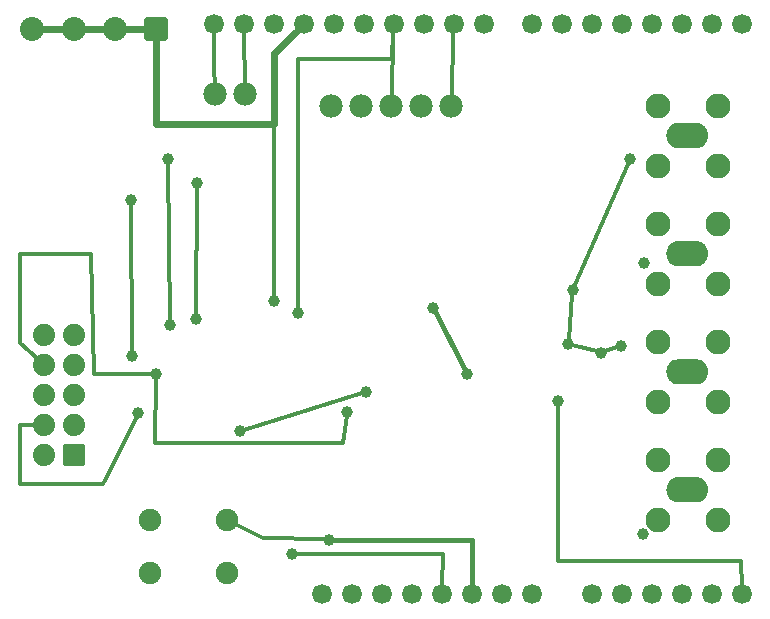
<source format=gbl>
G04 MADE WITH FRITZING*
G04 WWW.FRITZING.ORG*
G04 DOUBLE SIDED*
G04 HOLES PLATED*
G04 CONTOUR ON CENTER OF CONTOUR VECTOR*
%ASAXBY*%
%FSLAX23Y23*%
%MOIN*%
%OFA0B0*%
%SFA1.0B1.0*%
%ADD10C,0.078000*%
%ADD11C,0.039370*%
%ADD12C,0.075000*%
%ADD13C,0.082677*%
%ADD14C,0.083071*%
%ADD15C,0.074000*%
%ADD16C,0.066194*%
%ADD17C,0.066222*%
%ADD18C,0.080000*%
%ADD19C,0.012000*%
%ADD20C,0.016000*%
%ADD21C,0.024000*%
%ADD22C,0.017000*%
%ADD23C,0.020000*%
%ADD24R,0.001000X0.001000*%
%LNCOPPER0*%
G90*
G70*
G54D10*
X748Y1778D03*
X848Y1778D03*
G54D11*
X1925Y947D03*
X2033Y917D03*
X2100Y939D03*
X1940Y1125D03*
X2132Y1563D03*
X2179Y1215D03*
X2173Y311D03*
X1474Y1067D03*
X1587Y846D03*
X1890Y754D03*
X1126Y293D03*
X1004Y244D03*
X551Y846D03*
X1189Y720D03*
X1024Y1049D03*
X1250Y787D03*
X831Y656D03*
X945Y1089D03*
X492Y715D03*
X471Y907D03*
X467Y1425D03*
X596Y1008D03*
X591Y1561D03*
X684Y1028D03*
X689Y1482D03*
G54D10*
X1535Y1738D03*
X1435Y1738D03*
X1335Y1738D03*
X1235Y1738D03*
X1135Y1738D03*
G54D12*
X787Y183D03*
X532Y183D03*
X787Y360D03*
X532Y360D03*
G54D13*
X2223Y558D03*
G54D14*
X2322Y459D03*
X2223Y359D03*
X2223Y559D03*
X2423Y359D03*
X2423Y559D03*
G54D13*
X2223Y952D03*
G54D14*
X2322Y853D03*
X2223Y752D03*
X2223Y952D03*
X2423Y752D03*
X2423Y952D03*
G54D13*
X2223Y1740D03*
G54D14*
X2322Y1641D03*
X2223Y1540D03*
X2223Y1740D03*
X2423Y1540D03*
X2423Y1740D03*
G54D15*
X176Y577D03*
X176Y677D03*
X176Y777D03*
X176Y877D03*
X176Y977D03*
X276Y577D03*
X276Y677D03*
X276Y777D03*
X276Y877D03*
X276Y977D03*
G54D16*
X2103Y111D03*
X2203Y111D03*
X2303Y111D03*
X2403Y111D03*
X2503Y111D03*
G54D17*
X1643Y2011D03*
X1543Y2011D03*
X1443Y2011D03*
X1343Y2011D03*
X1243Y2011D03*
X1143Y2011D03*
X1043Y2011D03*
X943Y2011D03*
X843Y2011D03*
X743Y2011D03*
X2503Y2011D03*
X2403Y2011D03*
X2303Y2011D03*
X2203Y2011D03*
X2103Y2011D03*
X2003Y2011D03*
X1903Y2011D03*
X1803Y2011D03*
G54D16*
X1203Y111D03*
X1103Y111D03*
X1303Y111D03*
X1403Y111D03*
X1503Y111D03*
X1603Y111D03*
X1703Y111D03*
X1803Y111D03*
X2003Y111D03*
G54D13*
X2223Y1346D03*
G54D14*
X2322Y1247D03*
X2223Y1146D03*
X2223Y1346D03*
X2423Y1146D03*
X2423Y1346D03*
G54D18*
X551Y1994D03*
X413Y1994D03*
X276Y1994D03*
X138Y1994D03*
G54D19*
X1542Y1986D02*
X1536Y1763D01*
D02*
X1342Y1986D02*
X1336Y1763D01*
D02*
X2020Y921D02*
X1938Y943D01*
D02*
X2088Y935D02*
X2046Y921D01*
D02*
X1945Y1137D02*
X2127Y1551D01*
D02*
X1939Y1112D02*
X1926Y960D01*
G54D20*
D02*
X1481Y1055D02*
X1581Y858D01*
G54D19*
D02*
X1890Y741D02*
X1890Y223D01*
D02*
X1890Y223D02*
X2501Y223D01*
D02*
X2501Y223D02*
X2503Y136D01*
G54D20*
D02*
X1139Y293D02*
X1605Y293D01*
D02*
X1605Y293D02*
X1603Y136D01*
G54D19*
D02*
X1504Y136D02*
X1508Y245D01*
D02*
X1508Y245D02*
X1017Y244D01*
D02*
X548Y617D02*
X551Y833D01*
D02*
X1175Y614D02*
X548Y617D01*
D02*
X1187Y707D02*
X1175Y614D01*
D02*
X1338Y1895D02*
X1023Y1895D01*
D02*
X1023Y1895D02*
X1024Y1063D01*
D02*
X1342Y1986D02*
X1338Y1895D01*
D02*
X844Y660D02*
X1237Y783D01*
D02*
X945Y1916D02*
X1025Y1994D01*
D02*
X945Y1102D02*
X945Y1916D01*
D02*
X98Y676D02*
X98Y479D01*
D02*
X375Y479D02*
X486Y703D01*
D02*
X98Y479D02*
X375Y479D01*
D02*
X150Y676D02*
X98Y676D01*
D02*
X345Y844D02*
X335Y1245D01*
D02*
X98Y950D02*
X157Y894D01*
D02*
X99Y1245D02*
X98Y950D01*
D02*
X335Y1245D02*
X99Y1245D01*
D02*
X538Y846D02*
X345Y844D01*
D02*
X467Y1412D02*
X470Y920D01*
D02*
X591Y1548D02*
X596Y1021D01*
D02*
X689Y1469D02*
X685Y1041D01*
D02*
X844Y1986D02*
X848Y1802D01*
D02*
X743Y1873D02*
X747Y1802D01*
D02*
X743Y1986D02*
X743Y1873D01*
D02*
X906Y300D02*
X808Y350D01*
D02*
X1113Y294D02*
X906Y300D01*
G54D21*
D02*
X245Y1994D02*
X169Y1994D01*
D02*
X382Y1994D02*
X307Y1994D01*
D02*
X520Y1994D02*
X445Y1994D01*
D02*
X945Y1916D02*
X945Y1680D01*
D02*
X945Y1680D02*
X552Y1680D01*
D02*
X552Y1680D02*
X551Y1963D01*
D02*
X1021Y1990D02*
X945Y1916D01*
G54D22*
X247Y548D02*
X247Y605D01*
X304Y605D01*
X304Y548D01*
X247Y548D01*
D02*
G54D23*
X581Y1964D02*
X521Y1964D01*
X521Y2024D01*
X581Y2024D01*
X581Y1964D01*
D02*
G54D24*
X2284Y1681D02*
X2359Y1681D01*
X2279Y1680D02*
X2364Y1680D01*
X2277Y1679D02*
X2367Y1679D01*
X2274Y1678D02*
X2369Y1678D01*
X2273Y1677D02*
X2371Y1677D01*
X2271Y1676D02*
X2372Y1676D01*
X2270Y1675D02*
X2374Y1675D01*
X2268Y1674D02*
X2375Y1674D01*
X2267Y1673D02*
X2376Y1673D01*
X2266Y1672D02*
X2377Y1672D01*
X2265Y1671D02*
X2378Y1671D01*
X2264Y1670D02*
X2379Y1670D01*
X2263Y1669D02*
X2380Y1669D01*
X2262Y1668D02*
X2381Y1668D01*
X2262Y1667D02*
X2382Y1667D01*
X2261Y1666D02*
X2382Y1666D01*
X2260Y1665D02*
X2319Y1665D01*
X2325Y1665D02*
X2383Y1665D01*
X2260Y1664D02*
X2315Y1664D01*
X2328Y1664D02*
X2384Y1664D01*
X2259Y1663D02*
X2313Y1663D01*
X2331Y1663D02*
X2384Y1663D01*
X2259Y1662D02*
X2311Y1662D01*
X2332Y1662D02*
X2385Y1662D01*
X2258Y1661D02*
X2310Y1661D01*
X2334Y1661D02*
X2385Y1661D01*
X2258Y1660D02*
X2308Y1660D01*
X2335Y1660D02*
X2386Y1660D01*
X2257Y1659D02*
X2307Y1659D01*
X2336Y1659D02*
X2386Y1659D01*
X2257Y1658D02*
X2306Y1658D01*
X2337Y1658D02*
X2386Y1658D01*
X2256Y1657D02*
X2306Y1657D01*
X2338Y1657D02*
X2387Y1657D01*
X2256Y1656D02*
X2305Y1656D01*
X2338Y1656D02*
X2387Y1656D01*
X2256Y1655D02*
X2304Y1655D01*
X2339Y1655D02*
X2388Y1655D01*
X2255Y1654D02*
X2304Y1654D01*
X2340Y1654D02*
X2388Y1654D01*
X2255Y1653D02*
X2303Y1653D01*
X2340Y1653D02*
X2388Y1653D01*
X2255Y1652D02*
X2303Y1652D01*
X2340Y1652D02*
X2388Y1652D01*
X2255Y1651D02*
X2302Y1651D01*
X2341Y1651D02*
X2389Y1651D01*
X2254Y1650D02*
X2302Y1650D01*
X2341Y1650D02*
X2389Y1650D01*
X2254Y1649D02*
X2302Y1649D01*
X2342Y1649D02*
X2389Y1649D01*
X2254Y1648D02*
X2301Y1648D01*
X2342Y1648D02*
X2389Y1648D01*
X2254Y1647D02*
X2301Y1647D01*
X2342Y1647D02*
X2389Y1647D01*
X2254Y1646D02*
X2301Y1646D01*
X2342Y1646D02*
X2390Y1646D01*
X2254Y1645D02*
X2300Y1645D01*
X2343Y1645D02*
X2390Y1645D01*
X2253Y1644D02*
X2300Y1644D01*
X2343Y1644D02*
X2390Y1644D01*
X2253Y1643D02*
X2300Y1643D01*
X2343Y1643D02*
X2390Y1643D01*
X2253Y1642D02*
X2300Y1642D01*
X2343Y1642D02*
X2390Y1642D01*
X2253Y1641D02*
X2300Y1641D01*
X2343Y1641D02*
X2390Y1641D01*
X2253Y1640D02*
X2300Y1640D01*
X2343Y1640D02*
X2390Y1640D01*
X2253Y1639D02*
X2300Y1639D01*
X2343Y1639D02*
X2390Y1639D01*
X2253Y1638D02*
X2300Y1638D01*
X2343Y1638D02*
X2390Y1638D01*
X2253Y1637D02*
X2300Y1637D01*
X2343Y1637D02*
X2390Y1637D01*
X2253Y1636D02*
X2300Y1636D01*
X2343Y1636D02*
X2390Y1636D01*
X2254Y1635D02*
X2300Y1635D01*
X2343Y1635D02*
X2390Y1635D01*
X2254Y1634D02*
X2301Y1634D01*
X2343Y1634D02*
X2390Y1634D01*
X2254Y1633D02*
X2301Y1633D01*
X2342Y1633D02*
X2389Y1633D01*
X2254Y1632D02*
X2301Y1632D01*
X2342Y1632D02*
X2389Y1632D01*
X2254Y1631D02*
X2301Y1631D01*
X2342Y1631D02*
X2389Y1631D01*
X2254Y1630D02*
X2302Y1630D01*
X2341Y1630D02*
X2389Y1630D01*
X2254Y1629D02*
X2302Y1629D01*
X2341Y1629D02*
X2389Y1629D01*
X2255Y1628D02*
X2303Y1628D01*
X2341Y1628D02*
X2389Y1628D01*
X2255Y1627D02*
X2303Y1627D01*
X2340Y1627D02*
X2388Y1627D01*
X2255Y1626D02*
X2304Y1626D01*
X2340Y1626D02*
X2388Y1626D01*
X2256Y1625D02*
X2304Y1625D01*
X2339Y1625D02*
X2388Y1625D01*
X2256Y1624D02*
X2305Y1624D01*
X2338Y1624D02*
X2387Y1624D01*
X2256Y1623D02*
X2306Y1623D01*
X2338Y1623D02*
X2387Y1623D01*
X2257Y1622D02*
X2306Y1622D01*
X2337Y1622D02*
X2387Y1622D01*
X2257Y1621D02*
X2307Y1621D01*
X2336Y1621D02*
X2386Y1621D01*
X2258Y1620D02*
X2308Y1620D01*
X2335Y1620D02*
X2386Y1620D01*
X2258Y1619D02*
X2309Y1619D01*
X2334Y1619D02*
X2385Y1619D01*
X2259Y1618D02*
X2311Y1618D01*
X2332Y1618D02*
X2385Y1618D01*
X2259Y1617D02*
X2312Y1617D01*
X2331Y1617D02*
X2384Y1617D01*
X2260Y1616D02*
X2314Y1616D01*
X2329Y1616D02*
X2384Y1616D01*
X2260Y1615D02*
X2318Y1615D01*
X2325Y1615D02*
X2383Y1615D01*
X2261Y1614D02*
X2382Y1614D01*
X2262Y1613D02*
X2382Y1613D01*
X2262Y1612D02*
X2381Y1612D01*
X2263Y1611D02*
X2380Y1611D01*
X2264Y1610D02*
X2379Y1610D01*
X2265Y1609D02*
X2378Y1609D01*
X2266Y1608D02*
X2377Y1608D01*
X2267Y1607D02*
X2376Y1607D01*
X2268Y1606D02*
X2375Y1606D01*
X2269Y1605D02*
X2374Y1605D01*
X2271Y1604D02*
X2373Y1604D01*
X2272Y1603D02*
X2371Y1603D01*
X2274Y1602D02*
X2369Y1602D01*
X2276Y1601D02*
X2367Y1601D01*
X2279Y1600D02*
X2364Y1600D01*
X2283Y1599D02*
X2360Y1599D01*
X2282Y1287D02*
X2361Y1287D01*
X2278Y1286D02*
X2365Y1286D01*
X2276Y1285D02*
X2368Y1285D01*
X2274Y1284D02*
X2370Y1284D01*
X2272Y1283D02*
X2371Y1283D01*
X2270Y1282D02*
X2373Y1282D01*
X2269Y1281D02*
X2374Y1281D01*
X2268Y1280D02*
X2375Y1280D01*
X2267Y1279D02*
X2377Y1279D01*
X2266Y1278D02*
X2378Y1278D01*
X2265Y1277D02*
X2379Y1277D01*
X2264Y1276D02*
X2379Y1276D01*
X2263Y1275D02*
X2380Y1275D01*
X2262Y1274D02*
X2381Y1274D01*
X2261Y1273D02*
X2382Y1273D01*
X2261Y1272D02*
X2382Y1272D01*
X2260Y1271D02*
X2317Y1271D01*
X2327Y1271D02*
X2383Y1271D01*
X2259Y1270D02*
X2314Y1270D01*
X2329Y1270D02*
X2384Y1270D01*
X2259Y1269D02*
X2312Y1269D01*
X2331Y1269D02*
X2384Y1269D01*
X2258Y1268D02*
X2310Y1268D01*
X2333Y1268D02*
X2385Y1268D01*
X2258Y1267D02*
X2309Y1267D01*
X2334Y1267D02*
X2385Y1267D01*
X2257Y1266D02*
X2308Y1266D01*
X2335Y1266D02*
X2386Y1266D01*
X2257Y1265D02*
X2307Y1265D01*
X2336Y1265D02*
X2386Y1265D01*
X2257Y1264D02*
X2306Y1264D01*
X2337Y1264D02*
X2387Y1264D01*
X2256Y1263D02*
X2305Y1263D01*
X2338Y1263D02*
X2387Y1263D01*
X2256Y1262D02*
X2305Y1262D01*
X2338Y1262D02*
X2387Y1262D01*
X2256Y1261D02*
X2304Y1261D01*
X2339Y1261D02*
X2388Y1261D01*
X2255Y1260D02*
X2303Y1260D01*
X2340Y1260D02*
X2388Y1260D01*
X2255Y1259D02*
X2303Y1259D01*
X2340Y1259D02*
X2388Y1259D01*
X2255Y1258D02*
X2303Y1258D01*
X2341Y1258D02*
X2389Y1258D01*
X2254Y1257D02*
X2302Y1257D01*
X2341Y1257D02*
X2389Y1257D01*
X2254Y1256D02*
X2302Y1256D01*
X2342Y1256D02*
X2389Y1256D01*
X2254Y1255D02*
X2301Y1255D01*
X2342Y1255D02*
X2389Y1255D01*
X2254Y1254D02*
X2301Y1254D01*
X2342Y1254D02*
X2389Y1254D01*
X2254Y1253D02*
X2301Y1253D01*
X2342Y1253D02*
X2389Y1253D01*
X2254Y1252D02*
X2301Y1252D01*
X2343Y1252D02*
X2390Y1252D01*
X2253Y1251D02*
X2300Y1251D01*
X2343Y1251D02*
X2390Y1251D01*
X2253Y1250D02*
X2300Y1250D01*
X2343Y1250D02*
X2390Y1250D01*
X2253Y1249D02*
X2300Y1249D01*
X2343Y1249D02*
X2390Y1249D01*
X2253Y1248D02*
X2300Y1248D01*
X2343Y1248D02*
X2390Y1248D01*
X2253Y1247D02*
X2300Y1247D01*
X2343Y1247D02*
X2390Y1247D01*
X2253Y1246D02*
X2300Y1246D01*
X2343Y1246D02*
X2390Y1246D01*
X2253Y1245D02*
X2300Y1245D01*
X2343Y1245D02*
X2390Y1245D01*
X2253Y1244D02*
X2300Y1244D01*
X2343Y1244D02*
X2390Y1244D01*
X2253Y1243D02*
X2300Y1243D01*
X2343Y1243D02*
X2390Y1243D01*
X2253Y1242D02*
X2300Y1242D01*
X2343Y1242D02*
X2390Y1242D01*
X2254Y1241D02*
X2301Y1241D01*
X2343Y1241D02*
X2390Y1241D01*
X2254Y1240D02*
X2301Y1240D01*
X2342Y1240D02*
X2390Y1240D01*
X2254Y1239D02*
X2301Y1239D01*
X2342Y1239D02*
X2389Y1239D01*
X2254Y1238D02*
X2301Y1238D01*
X2342Y1238D02*
X2389Y1238D01*
X2254Y1237D02*
X2302Y1237D01*
X2342Y1237D02*
X2389Y1237D01*
X2254Y1236D02*
X2302Y1236D01*
X2341Y1236D02*
X2389Y1236D01*
X2255Y1235D02*
X2302Y1235D01*
X2341Y1235D02*
X2389Y1235D01*
X2255Y1234D02*
X2303Y1234D01*
X2340Y1234D02*
X2388Y1234D01*
X2255Y1233D02*
X2303Y1233D01*
X2340Y1233D02*
X2388Y1233D01*
X2255Y1232D02*
X2304Y1232D01*
X2339Y1232D02*
X2388Y1232D01*
X2256Y1231D02*
X2304Y1231D01*
X2339Y1231D02*
X2388Y1231D01*
X2256Y1230D02*
X2305Y1230D01*
X2338Y1230D02*
X2387Y1230D01*
X2256Y1229D02*
X2306Y1229D01*
X2337Y1229D02*
X2387Y1229D01*
X2257Y1228D02*
X2307Y1228D01*
X2337Y1228D02*
X2386Y1228D01*
X2257Y1227D02*
X2308Y1227D01*
X2336Y1227D02*
X2386Y1227D01*
X2258Y1226D02*
X2309Y1226D01*
X2335Y1226D02*
X2386Y1226D01*
X2258Y1225D02*
X2310Y1225D01*
X2333Y1225D02*
X2385Y1225D01*
X2259Y1224D02*
X2311Y1224D01*
X2332Y1224D02*
X2385Y1224D01*
X2259Y1223D02*
X2313Y1223D01*
X2330Y1223D02*
X2384Y1223D01*
X2260Y1222D02*
X2315Y1222D01*
X2328Y1222D02*
X2383Y1222D01*
X2260Y1221D02*
X2383Y1221D01*
X2261Y1220D02*
X2382Y1220D01*
X2262Y1219D02*
X2381Y1219D01*
X2263Y1218D02*
X2381Y1218D01*
X2263Y1217D02*
X2380Y1217D01*
X2264Y1216D02*
X2379Y1216D01*
X2265Y1215D02*
X2378Y1215D01*
X2266Y1214D02*
X2377Y1214D01*
X2267Y1213D02*
X2376Y1213D01*
X2268Y1212D02*
X2375Y1212D01*
X2270Y1211D02*
X2373Y1211D01*
X2271Y1210D02*
X2372Y1210D01*
X2273Y1209D02*
X2370Y1209D01*
X2275Y1208D02*
X2368Y1208D01*
X2277Y1207D02*
X2366Y1207D01*
X2280Y1206D02*
X2363Y1206D01*
X2287Y1205D02*
X2356Y1205D01*
X2287Y894D02*
X2356Y894D01*
X2280Y893D02*
X2363Y893D01*
X2277Y892D02*
X2366Y892D01*
X2275Y891D02*
X2368Y891D01*
X2273Y890D02*
X2370Y890D01*
X2271Y889D02*
X2372Y889D01*
X2270Y888D02*
X2373Y888D01*
X2268Y887D02*
X2375Y887D01*
X2267Y886D02*
X2376Y886D01*
X2266Y885D02*
X2377Y885D01*
X2265Y884D02*
X2378Y884D01*
X2264Y883D02*
X2379Y883D01*
X2263Y882D02*
X2380Y882D01*
X2263Y881D02*
X2381Y881D01*
X2262Y880D02*
X2381Y880D01*
X2261Y879D02*
X2382Y879D01*
X2260Y878D02*
X2383Y878D01*
X2260Y877D02*
X2315Y877D01*
X2328Y877D02*
X2383Y877D01*
X2259Y876D02*
X2313Y876D01*
X2330Y876D02*
X2384Y876D01*
X2259Y875D02*
X2311Y875D01*
X2332Y875D02*
X2385Y875D01*
X2258Y874D02*
X2310Y874D01*
X2333Y874D02*
X2385Y874D01*
X2258Y873D02*
X2309Y873D01*
X2335Y873D02*
X2386Y873D01*
X2257Y872D02*
X2308Y872D01*
X2336Y872D02*
X2386Y872D01*
X2257Y871D02*
X2307Y871D01*
X2337Y871D02*
X2386Y871D01*
X2256Y870D02*
X2306Y870D01*
X2337Y870D02*
X2387Y870D01*
X2256Y869D02*
X2305Y869D01*
X2338Y869D02*
X2387Y869D01*
X2256Y868D02*
X2304Y868D01*
X2339Y868D02*
X2388Y868D01*
X2255Y867D02*
X2304Y867D01*
X2339Y867D02*
X2388Y867D01*
X2255Y866D02*
X2303Y866D01*
X2340Y866D02*
X2388Y866D01*
X2255Y865D02*
X2303Y865D01*
X2340Y865D02*
X2388Y865D01*
X2255Y864D02*
X2302Y864D01*
X2341Y864D02*
X2389Y864D01*
X2254Y863D02*
X2302Y863D01*
X2341Y863D02*
X2389Y863D01*
X2254Y862D02*
X2302Y862D01*
X2342Y862D02*
X2389Y862D01*
X2254Y861D02*
X2301Y861D01*
X2342Y861D02*
X2389Y861D01*
X2254Y860D02*
X2301Y860D01*
X2342Y860D02*
X2389Y860D01*
X2254Y859D02*
X2301Y859D01*
X2342Y859D02*
X2390Y859D01*
X2254Y858D02*
X2301Y858D01*
X2343Y858D02*
X2390Y858D01*
X2253Y857D02*
X2300Y857D01*
X2343Y857D02*
X2390Y857D01*
X2253Y856D02*
X2300Y856D01*
X2343Y856D02*
X2390Y856D01*
X2253Y855D02*
X2300Y855D01*
X2343Y855D02*
X2390Y855D01*
X2253Y854D02*
X2300Y854D01*
X2343Y854D02*
X2390Y854D01*
X2253Y853D02*
X2300Y853D01*
X2343Y853D02*
X2390Y853D01*
X2253Y852D02*
X2300Y852D01*
X2343Y852D02*
X2390Y852D01*
X2253Y851D02*
X2300Y851D01*
X2343Y851D02*
X2390Y851D01*
X2253Y850D02*
X2300Y850D01*
X2343Y850D02*
X2390Y850D01*
X2253Y849D02*
X2300Y849D01*
X2343Y849D02*
X2390Y849D01*
X2253Y848D02*
X2300Y848D01*
X2343Y848D02*
X2390Y848D01*
X2254Y847D02*
X2301Y847D01*
X2343Y847D02*
X2390Y847D01*
X2254Y846D02*
X2301Y846D01*
X2342Y846D02*
X2389Y846D01*
X2254Y845D02*
X2301Y845D01*
X2342Y845D02*
X2389Y845D01*
X2254Y844D02*
X2301Y844D01*
X2342Y844D02*
X2389Y844D01*
X2254Y843D02*
X2302Y843D01*
X2342Y843D02*
X2389Y843D01*
X2254Y842D02*
X2302Y842D01*
X2341Y842D02*
X2389Y842D01*
X2255Y841D02*
X2303Y841D01*
X2341Y841D02*
X2389Y841D01*
X2255Y840D02*
X2303Y840D01*
X2340Y840D02*
X2388Y840D01*
X2255Y839D02*
X2303Y839D01*
X2340Y839D02*
X2388Y839D01*
X2256Y838D02*
X2304Y838D01*
X2339Y838D02*
X2388Y838D01*
X2256Y837D02*
X2305Y837D01*
X2339Y837D02*
X2387Y837D01*
X2256Y836D02*
X2305Y836D01*
X2338Y836D02*
X2387Y836D01*
X2257Y835D02*
X2306Y835D01*
X2337Y835D02*
X2387Y835D01*
X2257Y834D02*
X2307Y834D01*
X2336Y834D02*
X2386Y834D01*
X2257Y833D02*
X2308Y833D01*
X2335Y833D02*
X2386Y833D01*
X2258Y832D02*
X2309Y832D01*
X2334Y832D02*
X2385Y832D01*
X2258Y831D02*
X2310Y831D01*
X2333Y831D02*
X2385Y831D01*
X2259Y830D02*
X2312Y830D01*
X2331Y830D02*
X2384Y830D01*
X2259Y829D02*
X2314Y829D01*
X2329Y829D02*
X2384Y829D01*
X2260Y828D02*
X2317Y828D01*
X2327Y828D02*
X2383Y828D01*
X2261Y827D02*
X2383Y827D01*
X2261Y826D02*
X2382Y826D01*
X2262Y825D02*
X2381Y825D01*
X2263Y824D02*
X2380Y824D01*
X2264Y823D02*
X2379Y823D01*
X2265Y822D02*
X2379Y822D01*
X2266Y821D02*
X2378Y821D01*
X2267Y820D02*
X2377Y820D01*
X2268Y819D02*
X2375Y819D01*
X2269Y818D02*
X2374Y818D01*
X2270Y817D02*
X2373Y817D01*
X2272Y816D02*
X2371Y816D01*
X2274Y815D02*
X2370Y815D01*
X2276Y814D02*
X2368Y814D01*
X2278Y813D02*
X2365Y813D01*
X2282Y812D02*
X2361Y812D01*
X2283Y500D02*
X2360Y500D01*
X2279Y499D02*
X2364Y499D01*
X2276Y498D02*
X2367Y498D01*
X2274Y497D02*
X2369Y497D01*
X2272Y496D02*
X2371Y496D01*
X2271Y495D02*
X2373Y495D01*
X2269Y494D02*
X2374Y494D01*
X2268Y493D02*
X2375Y493D01*
X2267Y492D02*
X2376Y492D01*
X2266Y491D02*
X2377Y491D01*
X2265Y490D02*
X2378Y490D01*
X2264Y489D02*
X2379Y489D01*
X2263Y488D02*
X2380Y488D01*
X2262Y487D02*
X2381Y487D01*
X2262Y486D02*
X2382Y486D01*
X2261Y485D02*
X2382Y485D01*
X2260Y484D02*
X2318Y484D01*
X2325Y484D02*
X2383Y484D01*
X2260Y483D02*
X2314Y483D01*
X2329Y483D02*
X2384Y483D01*
X2259Y482D02*
X2312Y482D01*
X2331Y482D02*
X2384Y482D01*
X2259Y481D02*
X2311Y481D01*
X2332Y481D02*
X2385Y481D01*
X2258Y480D02*
X2309Y480D01*
X2334Y480D02*
X2385Y480D01*
X2258Y479D02*
X2308Y479D01*
X2335Y479D02*
X2386Y479D01*
X2257Y478D02*
X2307Y478D01*
X2336Y478D02*
X2386Y478D01*
X2257Y477D02*
X2306Y477D01*
X2337Y477D02*
X2387Y477D01*
X2256Y476D02*
X2306Y476D01*
X2338Y476D02*
X2387Y476D01*
X2256Y475D02*
X2305Y475D01*
X2338Y475D02*
X2387Y475D01*
X2256Y474D02*
X2304Y474D01*
X2339Y474D02*
X2388Y474D01*
X2255Y473D02*
X2304Y473D01*
X2340Y473D02*
X2388Y473D01*
X2255Y472D02*
X2303Y472D01*
X2340Y472D02*
X2388Y472D01*
X2255Y471D02*
X2303Y471D01*
X2341Y471D02*
X2389Y471D01*
X2254Y470D02*
X2302Y470D01*
X2341Y470D02*
X2389Y470D01*
X2254Y469D02*
X2302Y469D01*
X2341Y469D02*
X2389Y469D01*
X2254Y468D02*
X2301Y468D01*
X2342Y468D02*
X2389Y468D01*
X2254Y467D02*
X2301Y467D01*
X2342Y467D02*
X2389Y467D01*
X2254Y466D02*
X2301Y466D01*
X2342Y466D02*
X2389Y466D01*
X2254Y465D02*
X2301Y465D01*
X2343Y465D02*
X2390Y465D01*
X2254Y464D02*
X2300Y464D01*
X2343Y464D02*
X2390Y464D01*
X2253Y463D02*
X2300Y463D01*
X2343Y463D02*
X2390Y463D01*
X2253Y462D02*
X2300Y462D01*
X2343Y462D02*
X2390Y462D01*
X2253Y461D02*
X2300Y461D01*
X2343Y461D02*
X2390Y461D01*
X2253Y460D02*
X2300Y460D01*
X2343Y460D02*
X2390Y460D01*
X2253Y459D02*
X2300Y459D01*
X2343Y459D02*
X2390Y459D01*
X2253Y458D02*
X2300Y458D01*
X2343Y458D02*
X2390Y458D01*
X2253Y457D02*
X2300Y457D01*
X2343Y457D02*
X2390Y457D01*
X2253Y456D02*
X2300Y456D01*
X2343Y456D02*
X2390Y456D01*
X2253Y455D02*
X2300Y455D01*
X2343Y455D02*
X2390Y455D01*
X2254Y454D02*
X2300Y454D01*
X2343Y454D02*
X2390Y454D01*
X2254Y453D02*
X2301Y453D01*
X2342Y453D02*
X2390Y453D01*
X2254Y452D02*
X2301Y452D01*
X2342Y452D02*
X2389Y452D01*
X2254Y451D02*
X2301Y451D01*
X2342Y451D02*
X2389Y451D01*
X2254Y450D02*
X2302Y450D01*
X2342Y450D02*
X2389Y450D01*
X2254Y449D02*
X2302Y449D01*
X2341Y449D02*
X2389Y449D01*
X2255Y448D02*
X2302Y448D01*
X2341Y448D02*
X2389Y448D01*
X2255Y447D02*
X2303Y447D01*
X2341Y447D02*
X2388Y447D01*
X2255Y446D02*
X2303Y446D01*
X2340Y446D02*
X2388Y446D01*
X2255Y445D02*
X2304Y445D01*
X2340Y445D02*
X2388Y445D01*
X2256Y444D02*
X2304Y444D01*
X2339Y444D02*
X2388Y444D01*
X2256Y443D02*
X2305Y443D01*
X2338Y443D02*
X2387Y443D01*
X2256Y442D02*
X2306Y442D01*
X2338Y442D02*
X2387Y442D01*
X2257Y441D02*
X2306Y441D01*
X2337Y441D02*
X2386Y441D01*
X2257Y440D02*
X2307Y440D01*
X2336Y440D02*
X2386Y440D01*
X2258Y439D02*
X2308Y439D01*
X2335Y439D02*
X2386Y439D01*
X2258Y438D02*
X2310Y438D01*
X2334Y438D02*
X2385Y438D01*
X2259Y437D02*
X2311Y437D01*
X2332Y437D02*
X2385Y437D01*
X2259Y436D02*
X2313Y436D01*
X2331Y436D02*
X2384Y436D01*
X2260Y435D02*
X2315Y435D01*
X2328Y435D02*
X2384Y435D01*
X2260Y434D02*
X2319Y434D01*
X2325Y434D02*
X2383Y434D01*
X2261Y433D02*
X2382Y433D01*
X2262Y432D02*
X2382Y432D01*
X2262Y431D02*
X2381Y431D01*
X2263Y430D02*
X2380Y430D01*
X2264Y429D02*
X2379Y429D01*
X2265Y428D02*
X2378Y428D01*
X2266Y427D02*
X2377Y427D01*
X2267Y426D02*
X2376Y426D01*
X2268Y425D02*
X2375Y425D01*
X2270Y424D02*
X2374Y424D01*
X2271Y423D02*
X2372Y423D01*
X2273Y422D02*
X2371Y422D01*
X2274Y421D02*
X2369Y421D01*
X2277Y420D02*
X2367Y420D01*
X2279Y419D02*
X2364Y419D01*
X2284Y418D02*
X2359Y418D01*
D02*
G04 End of Copper0*
M02*
</source>
